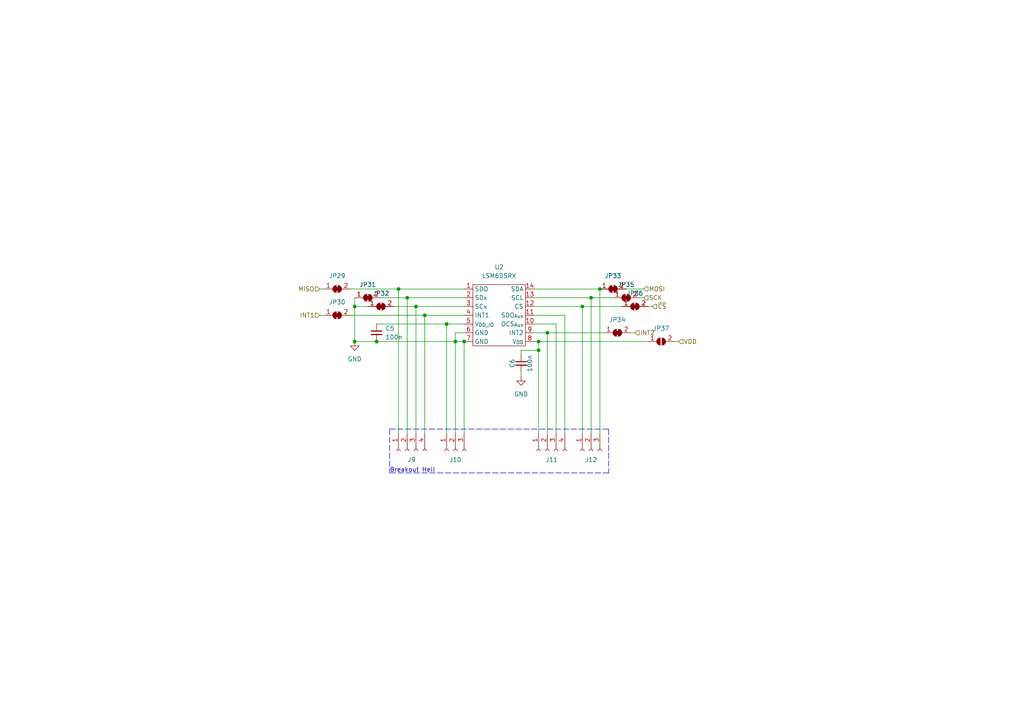
<source format=kicad_sch>
(kicad_sch (version 20211123) (generator eeschema)
  (paper "A4")
  (lib_symbols
    (symbol "BumpyBoiTracky:LSM6DSRX"
      (property "Reference" "U" (at 0 8.89 0))
      (property "Value" "LSM6DSRX" (at 0 -11.43 0))
      (symbol "LSM6DSRX_0_1"
        (rectangle (start -7.62 7.62) (end 7.62 -10.16))
      )
      (symbol "LSM6DSRX_1_1"
        (pin input line (at -10.16 6.35 0) (length 2.54) (name "SDO") (number "1"))
        (pin input line (at 10.16 -3.81 180) (length 2.54) (name "OCS_{Aux}") (number "10"))
        (pin input line (at 10.16 -1.27 180) (length 2.54) (name "SDO_{Aux}") (number "11"))
        (pin input line (at 10.16 1.27 180) (length 2.54) (name "CS") (number "12"))
        (pin input line (at 10.16 3.81 180) (length 2.54) (name "SCL") (number "13"))
        (pin input line (at 10.16 6.35 180) (length 2.54) (name "SDA") (number "14"))
        (pin input line (at -10.16 3.81 0) (length 2.54) (name "SDx") (number "2"))
        (pin input line (at -10.16 1.27 0) (length 2.54) (name "SCx") (number "3"))
        (pin input line (at -10.16 -1.27 0) (length 2.54) (name "INT1") (number "4"))
        (pin input line (at -10.16 -3.81 0) (length 2.54) (name "V_{DD_IO}") (number "5"))
        (pin input line (at -10.16 -6.35 0) (length 2.54) (name "GND") (number "6"))
        (pin input line (at -10.16 -8.89 0) (length 2.54) (name "GND") (number "7"))
        (pin input line (at 10.16 -8.89 180) (length 2.54) (name "V_{DD}") (number "8"))
        (pin input line (at 10.16 -6.35 180) (length 2.54) (name "INT2") (number "9"))
      )
    )
    (symbol "Connector:Conn_01x03_Female" (pin_names (offset 1.016) hide)
      (property "Reference" "J" (at 0 5.08 0))
      (property "Value" "Conn_01x03_Female" (at 0 -5.08 0))
      (symbol "Conn_01x03_Female_1_1"
        (arc (start 0 -2.032) (mid -0.508 -2.54) (end 0 -3.048) (stroke (width 0.1524)))
        (polyline (pts (xy -1.27 -2.54) (xy -0.508 -2.54)) (stroke (width 0.1524)))
        (polyline (pts (xy -1.27 0) (xy -0.508 0)) (stroke (width 0.1524)))
        (polyline (pts (xy -1.27 2.54) (xy -0.508 2.54)) (stroke (width 0.1524)))
        (arc (start 0 0.508) (mid -0.508 0) (end 0 -0.508) (stroke (width 0.1524)))
        (arc (start 0 3.048) (mid -0.508 2.54) (end 0 2.032) (stroke (width 0.1524)))
        (pin passive line (at -5.08 2.54 0) (length 3.81) (name "Pin_1") (number "1"))
        (pin passive line (at -5.08 0 0) (length 3.81) (name "Pin_2") (number "2"))
        (pin passive line (at -5.08 -2.54 0) (length 3.81) (name "Pin_3") (number "3"))
      )
    )
    (symbol "Connector:Conn_01x04_Female" (pin_names (offset 1.016) hide)
      (property "Reference" "J" (at 0 5.08 0))
      (property "Value" "Conn_01x04_Female" (at 0 -7.62 0))
      (symbol "Conn_01x04_Female_1_1"
        (arc (start 0 -4.572) (mid -0.508 -5.08) (end 0 -5.588) (stroke (width 0.1524)))
        (arc (start 0 -2.032) (mid -0.508 -2.54) (end 0 -3.048) (stroke (width 0.1524)))
        (polyline (pts (xy -1.27 -5.08) (xy -0.508 -5.08)) (stroke (width 0.1524)))
        (polyline (pts (xy -1.27 -2.54) (xy -0.508 -2.54)) (stroke (width 0.1524)))
        (polyline (pts (xy -1.27 0) (xy -0.508 0)) (stroke (width 0.1524)))
        (polyline (pts (xy -1.27 2.54) (xy -0.508 2.54)) (stroke (width 0.1524)))
        (arc (start 0 0.508) (mid -0.508 0) (end 0 -0.508) (stroke (width 0.1524)))
        (arc (start 0 3.048) (mid -0.508 2.54) (end 0 2.032) (stroke (width 0.1524)))
        (pin passive line (at -5.08 2.54 0) (length 3.81) (name "Pin_1") (number "1"))
        (pin passive line (at -5.08 0 0) (length 3.81) (name "Pin_2") (number "2"))
        (pin passive line (at -5.08 -2.54 0) (length 3.81) (name "Pin_3") (number "3"))
        (pin passive line (at -5.08 -5.08 0) (length 3.81) (name "Pin_4") (number "4"))
      )
    )
    (symbol "Device:C_Small" (pin_numbers hide) (pin_names (offset 0.254) hide)
      (property "Reference" "C" (at 0.254 1.778 0))
      (property "Value" "C_Small" (at 0.254 -2.032 0))
      (symbol "C_Small_0_1"
        (polyline (pts (xy -1.524 -0.508) (xy 1.524 -0.508)) (stroke (width 0.3302)))
        (polyline (pts (xy -1.524 0.508) (xy 1.524 0.508)) (stroke (width 0.3048)))
      )
      (symbol "C_Small_1_1"
        (pin passive line (at 0 2.54 270) (length 2.032) (name "~") (number "1"))
        (pin passive line (at 0 -2.54 90) (length 2.032) (name "~") (number "2"))
      )
    )
    (symbol "Jumper:SolderJumper_2_Bridged" (pin_names (offset 0) hide)
      (property "Reference" "JP" (at 0 2.032 0))
      (property "Value" "SolderJumper_2_Bridged" (at 0 -2.54 0))
      (symbol "SolderJumper_2_Bridged_0_1"
        (rectangle (start -0.508 0.508) (end 0.508 -0.508) (fill (type outline)))
        (arc (start -0.254 1.016) (mid -1.27 0) (end -0.254 -1.016))
        (arc (start -0.254 1.016) (mid -1.27 0) (end -0.254 -1.016) (fill (type outline)))
        (polyline (pts (xy -0.254 1.016) (xy -0.254 -1.016)))
        (polyline (pts (xy 0.254 1.016) (xy 0.254 -1.016)))
        (arc (start 0.254 -1.016) (mid 1.27 0) (end 0.254 1.016))
        (arc (start 0.254 -1.016) (mid 1.27 0) (end 0.254 1.016) (fill (type outline)))
      )
      (symbol "SolderJumper_2_Bridged_1_1"
        (pin passive line (at -3.81 0 0) (length 2.54) (name "A") (number "1"))
        (pin passive line (at 3.81 0 180) (length 2.54) (name "B") (number "2"))
      )
    )
    (symbol "Jumper:SolderJumper_2_Open" (pin_names (offset 0) hide)
      (property "Reference" "JP" (at 0 2.032 0))
      (property "Value" "SolderJumper_2_Open" (at 0 -2.54 0))
      (symbol "SolderJumper_2_Open_0_1"
        (arc (start -0.254 1.016) (mid -1.27 0) (end -0.254 -1.016))
        (arc (start -0.254 1.016) (mid -1.27 0) (end -0.254 -1.016) (fill (type outline)))
        (polyline (pts (xy -0.254 1.016) (xy -0.254 -1.016)))
        (polyline (pts (xy 0.254 1.016) (xy 0.254 -1.016)))
        (arc (start 0.254 -1.016) (mid 1.27 0) (end 0.254 1.016))
        (arc (start 0.254 -1.016) (mid 1.27 0) (end 0.254 1.016) (fill (type outline)))
      )
      (symbol "SolderJumper_2_Open_1_1"
        (pin passive line (at -3.81 0 0) (length 2.54) (name "A") (number "1"))
        (pin passive line (at 3.81 0 180) (length 2.54) (name "B") (number "2"))
      )
    )
    (symbol "power:GND" (power) (pin_names (offset 0))
      (property "Value" "GND" (at 0 -3.81 0))
      (symbol "GND_0_1"
        (polyline (pts (xy 0 0) (xy 0 -1.27) (xy 1.27 -1.27) (xy 0 -2.54) (xy -1.27 -1.27) (xy 0 -1.27)))
      )
      (symbol "GND_1_1"
        (pin power_in line (at 0 0 270) (length 0) hide (name "GND") (number "1"))
      )
    )
  )
  (junction (at 132.08 99.06))
  (junction (at 158.75 96.52))
  (junction (at 129.54 93.98))
  (junction (at 168.91 88.9))
  (junction (at 173.99 83.82))
  (junction (at 115.57 83.82))
  (junction (at 118.11 86.36))
  (junction (at 134.62 99.06))
  (junction (at 109.22 99.06))
  (junction (at 102.87 99.06))
  (junction (at 123.19 91.44))
  (junction (at 102.87 88.9))
  (junction (at 156.21 101.6))
  (junction (at 120.65 88.9))
  (junction (at 156.21 99.06))
  (junction (at 171.45 86.36))
  (wire (pts (xy 187.96 88.9) (xy 189.23 88.9)))
  (wire (pts (xy 109.22 93.98) (xy 129.54 93.98)))
  (wire (pts (xy 129.54 93.98) (xy 134.62 93.98)))
  (wire (pts (xy 171.45 125.73) (xy 171.45 86.36)))
  (wire (pts (xy 171.45 86.36) (xy 177.8 86.36)))
  (wire (pts (xy 123.19 125.73) (xy 123.19 91.44)))
  (wire (pts (xy 109.22 99.06) (xy 132.08 99.06)))
  (wire (pts (xy 151.13 107.95) (xy 151.13 109.22)))
  (polyline (pts (xy 176.53 137.16) (xy 113.03 137.16)))
  (polyline (pts (xy 113.03 124.46) (xy 113.03 137.16)))
  (wire (pts (xy 92.71 83.82) (xy 93.98 83.82)))
  (wire (pts (xy 102.87 88.9) (xy 102.87 99.06)))
  (wire (pts (xy 156.21 101.6) (xy 156.21 125.73)))
  (wire (pts (xy 154.94 91.44) (xy 163.83 91.44)))
  (wire (pts (xy 120.65 125.73) (xy 120.65 88.9)))
  (wire (pts (xy 158.75 125.73) (xy 158.75 96.52)))
  (wire (pts (xy 132.08 99.06) (xy 134.62 99.06)))
  (wire (pts (xy 102.87 88.9) (xy 106.68 88.9)))
  (wire (pts (xy 118.11 125.73) (xy 118.11 86.36)))
  (wire (pts (xy 195.58 99.06) (xy 196.85 99.06)))
  (wire (pts (xy 134.62 125.73) (xy 134.62 99.06)))
  (polyline (pts (xy 113.03 124.46) (xy 176.53 124.46)))
  (polyline (pts (xy 176.53 124.46) (xy 176.53 137.16)))
  (wire (pts (xy 181.61 83.82) (xy 186.69 83.82)))
  (wire (pts (xy 120.65 88.9) (xy 134.62 88.9)))
  (wire (pts (xy 154.94 83.82) (xy 173.99 83.82)))
  (wire (pts (xy 129.54 125.73) (xy 129.54 93.98)))
  (wire (pts (xy 184.15 96.52) (xy 182.88 96.52)))
  (wire (pts (xy 118.11 86.36) (xy 134.62 86.36)))
  (wire (pts (xy 123.19 91.44) (xy 134.62 91.44)))
  (wire (pts (xy 168.91 125.73) (xy 168.91 88.9)))
  (wire (pts (xy 101.6 91.44) (xy 123.19 91.44)))
  (wire (pts (xy 168.91 88.9) (xy 180.34 88.9)))
  (wire (pts (xy 132.08 99.06) (xy 132.08 96.52)))
  (wire (pts (xy 156.21 99.06) (xy 187.96 99.06)))
  (wire (pts (xy 156.21 99.06) (xy 156.21 101.6)))
  (wire (pts (xy 154.94 86.36) (xy 171.45 86.36)))
  (wire (pts (xy 163.83 91.44) (xy 163.83 125.73)))
  (wire (pts (xy 102.87 99.06) (xy 109.22 99.06)))
  (wire (pts (xy 173.99 83.82) (xy 173.99 125.73)))
  (wire (pts (xy 115.57 125.73) (xy 115.57 83.82)))
  (wire (pts (xy 92.71 91.44) (xy 93.98 91.44)))
  (wire (pts (xy 154.94 96.52) (xy 158.75 96.52)))
  (wire (pts (xy 151.13 101.6) (xy 156.21 101.6)))
  (wire (pts (xy 158.75 96.52) (xy 175.26 96.52)))
  (wire (pts (xy 132.08 96.52) (xy 134.62 96.52)))
  (wire (pts (xy 151.13 101.6) (xy 151.13 102.87)))
  (wire (pts (xy 161.29 125.73) (xy 161.29 93.98)))
  (wire (pts (xy 154.94 88.9) (xy 168.91 88.9)))
  (wire (pts (xy 185.42 86.36) (xy 186.69 86.36)))
  (wire (pts (xy 110.49 86.36) (xy 118.11 86.36)))
  (wire (pts (xy 161.29 93.98) (xy 154.94 93.98)))
  (wire (pts (xy 154.94 99.06) (xy 156.21 99.06)))
  (wire (pts (xy 114.3 88.9) (xy 120.65 88.9)))
  (wire (pts (xy 102.87 86.36) (xy 102.87 88.9)))
  (wire (pts (xy 101.6 83.82) (xy 115.57 83.82)))
  (wire (pts (xy 115.57 83.82) (xy 134.62 83.82)))
  (wire (pts (xy 132.08 125.73) (xy 132.08 99.06)))
  (text "Breakout Hell" (at 113.03 137.16 0) (effects (font (size 1.27 1.27)) (justify left bottom)))
  (hierarchical_label "VDD" (shape input) (at 196.85 99.06 0))
  (hierarchical_label "MOSI" (shape input) (at 186.69 83.82 0))
  (hierarchical_label "SCK" (shape input) (at 186.69 86.36 0))
  (hierarchical_label "~{CS}" (shape input) (at 189.23 88.9 0))
  (hierarchical_label "MISO" (shape input) (at 92.71 83.82 180))
  (hierarchical_label "INT2" (shape input) (at 184.15 96.52 0))
  (hierarchical_label "INT1" (shape input) (at 92.71 91.44 180))
  (symbol (lib_id "power:GND") (at 102.87 99.06 0) (unit 1)
    (property "Reference" "#PWR017" (effects hide))
    (property "Value" "GND" (at 102.87 104.14 0))
  )
  (symbol (lib_id "Jumper:SolderJumper_2_Bridged") (at 97.79 91.44 0) (unit 1)
    (property "Reference" "JP30" (at 97.79 87.63 0))
    (property "Value" "SolderJumper_2_Bridged" (effects hide))
    (property "Footprint" "Jumper:SolderJumper-2_P1.3mm_Bridged_RoundedPad1.0x1.5mm" (effects hide))
  )
  (symbol (lib_id "BumpyBoiTracky:LSM6DSRX") (at 144.78 90.17 0) (unit 1)
    (property "Reference" "U2" (at 144.78 77.47 0))
    (property "Value" "LSM6DSRX" (at 144.78 80.01 0))
    (property "Footprint" "BumpyBoiTracky:LGA-14L" (effects hide))
  )
  (symbol (lib_id "Connector:Conn_01x03_Female") (at 132.08 130.81 90) (mirror x) (unit 1)
    (property "Reference" "J10" (at 132.08 133.35 90))
    (property "Value" "Conn_01x03_Female" (effects hide))
    (property "Footprint" "Connector_PinHeader_2.54mm:PinHeader_1x03_P2.54mm_Vertical" (effects hide))
  )
  (symbol (lib_id "Connector:Conn_01x03_Female") (at 171.45 130.81 90) (mirror x) (unit 1)
    (property "Reference" "J12" (at 171.45 133.35 90))
    (property "Value" "Conn_01x03_Female" (effects hide))
    (property "Footprint" "Connector_PinHeader_2.54mm:PinHeader_1x03_P2.54mm_Vertical" (effects hide))
  )
  (symbol (lib_id "Jumper:SolderJumper_2_Bridged") (at 177.8 83.82 0) (unit 1)
    (property "Reference" "JP33" (at 177.8 80.01 0))
    (property "Value" "SolderJumper_2_Bridged" (effects hide))
    (property "Footprint" "Jumper:SolderJumper-2_P1.3mm_Bridged_RoundedPad1.0x1.5mm" (effects hide))
  )
  (symbol (lib_id "Connector:Conn_01x04_Female") (at 158.75 130.81 90) (mirror x) (unit 1)
    (property "Reference" "J11" (at 160.02 133.35 90))
    (property "Value" "Conn_01x04_Female" (effects hide))
    (property "Footprint" "Connector_PinHeader_2.54mm:PinHeader_1x04_P2.54mm_Vertical" (effects hide))
  )
  (symbol (lib_id "Jumper:SolderJumper_2_Bridged") (at 106.68 86.36 0) (unit 1)
    (property "Reference" "JP31" (at 106.68 82.55 0))
    (property "Value" "SolderJumper_2_Bridged" (effects hide))
    (property "Footprint" "Jumper:SolderJumper-2_P1.3mm_Bridged_RoundedPad1.0x1.5mm" (effects hide))
  )
  (symbol (lib_id "Device:C_Small") (at 151.13 105.41 0) (unit 1)
    (property "Reference" "C6" (at 148.59 105.41 90))
    (property "Value" "100n" (at 153.67 105.41 90))
    (property "Footprint" "Capacitor_SMD:C_0603_1608Metric" (effects hide))
  )
  (symbol (lib_id "Device:C_Small") (at 109.22 96.52 0) (unit 1)
    (property "Reference" "C5" (at 111.76 95.2562 0) (effects (justify left)))
    (property "Value" "100n" (at 111.76 97.7962 0) (effects (justify left)))
    (property "Footprint" "Capacitor_SMD:C_0603_1608Metric" (effects hide))
  )
  (symbol (lib_id "Jumper:SolderJumper_2_Open") (at 191.77 99.06 0) (unit 1)
    (property "Reference" "JP37" (at 191.77 95.25 0))
    (property "Value" "SolderJumper_2_Open" (effects hide))
    (property "Footprint" "Jumper:SolderJumper-2_P1.3mm_Open_RoundedPad1.0x1.5mm" (effects hide))
  )
  (symbol (lib_id "Jumper:SolderJumper_2_Bridged") (at 181.61 86.36 0) (unit 1)
    (property "Reference" "JP35" (at 181.61 82.55 0))
    (property "Value" "SolderJumper_2_Bridged" (effects hide))
    (property "Footprint" "Jumper:SolderJumper-2_P1.3mm_Bridged_RoundedPad1.0x1.5mm" (effects hide))
  )
  (symbol (lib_id "Jumper:SolderJumper_2_Bridged") (at 110.49 88.9 0) (unit 1)
    (property "Reference" "JP32" (at 110.49 85.09 0))
    (property "Value" "SolderJumper_2_Bridged" (effects hide))
    (property "Footprint" "Jumper:SolderJumper-2_P1.3mm_Bridged_RoundedPad1.0x1.5mm" (effects hide))
  )
  (symbol (lib_id "Jumper:SolderJumper_2_Bridged") (at 184.15 88.9 0) (unit 1)
    (property "Reference" "JP36" (at 184.15 85.09 0))
    (property "Value" "SolderJumper_2_Bridged" (effects hide))
    (property "Footprint" "Jumper:SolderJumper-2_P1.3mm_Bridged_RoundedPad1.0x1.5mm" (effects hide))
  )
  (symbol (lib_id "Jumper:SolderJumper_2_Bridged") (at 97.79 83.82 0) (unit 1)
    (property "Reference" "JP29" (at 97.79 80.01 0))
    (property "Value" "SolderJumper_2_Bridged" (effects hide))
    (property "Footprint" "Jumper:SolderJumper-2_P1.3mm_Bridged_RoundedPad1.0x1.5mm" (effects hide))
  )
  (symbol (lib_id "Jumper:SolderJumper_2_Bridged") (at 179.07 96.52 0) (unit 1)
    (property "Reference" "JP34" (at 179.07 92.71 0))
    (property "Value" "SolderJumper_2_Bridged" (effects hide))
    (property "Footprint" "Jumper:SolderJumper-2_P1.3mm_Bridged_RoundedPad1.0x1.5mm" (effects hide))
  )
  (symbol (lib_id "power:GND") (at 151.13 109.22 0) (unit 1)
    (property "Reference" "#PWR018" (effects hide))
    (property "Value" "GND" (at 151.13 114.3 0))
  )
  (symbol (lib_id "Connector:Conn_01x04_Female") (at 118.11 130.81 90) (mirror x) (unit 1)
    (property "Reference" "J9" (at 119.38 133.35 90))
    (property "Value" "Conn_01x04_Female" (effects hide))
    (property "Footprint" "Connector_PinHeader_2.54mm:PinHeader_1x04_P2.54mm_Vertical" (effects hide))
  )
)
</source>
